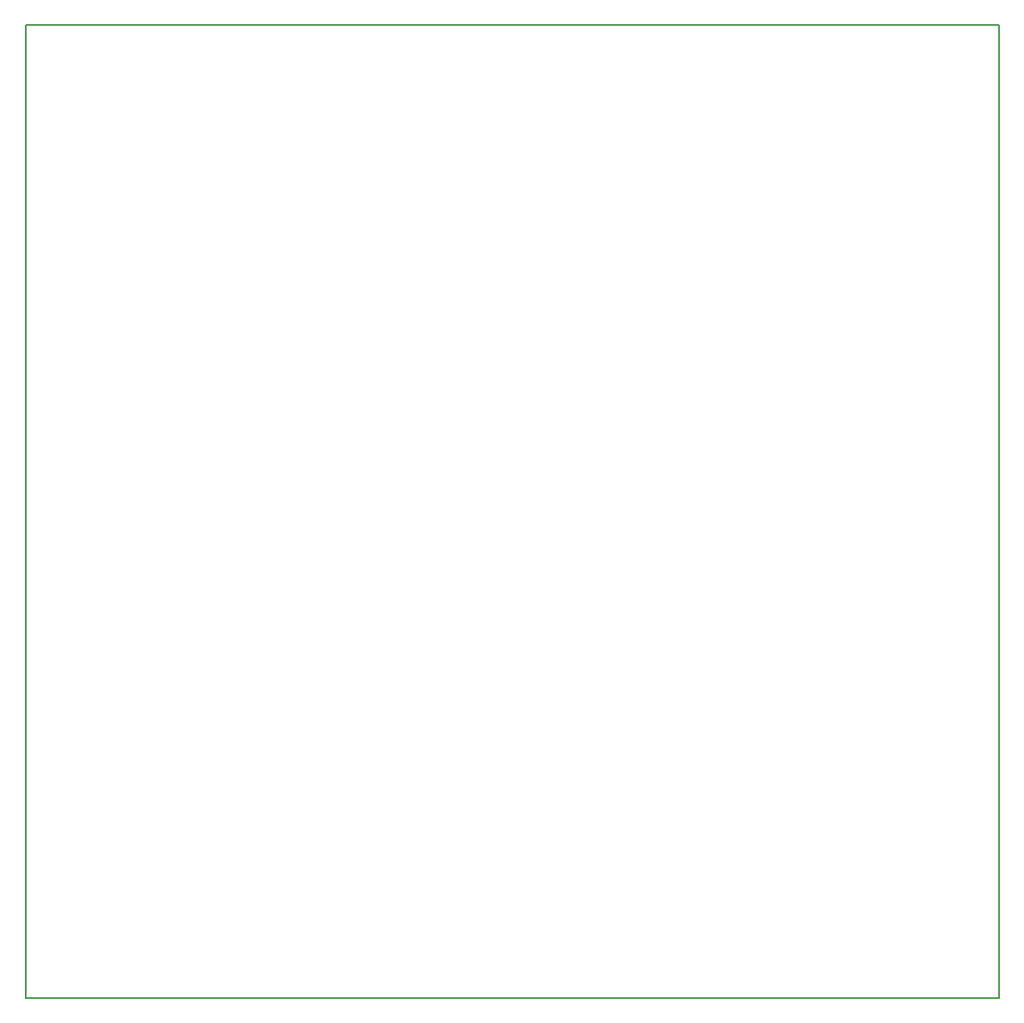
<source format=gko>
G04 Layer_Color=16711935*
%FSLAX25Y25*%
%MOIN*%
G70*
G01*
G75*
%ADD50C,0.00787*%
D50*
X100000Y392126D02*
Y490158D01*
Y100394D02*
Y195276D01*
Y100394D02*
X490158D01*
Y490158D01*
X100000D02*
X490158D01*
X100000Y195276D02*
Y392126D01*
M02*

</source>
